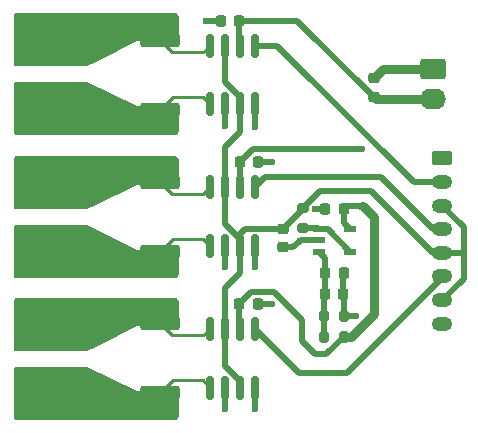
<source format=gbr>
%TF.GenerationSoftware,KiCad,Pcbnew,9.0.2*%
%TF.CreationDate,2025-07-21T15:30:35-04:00*%
%TF.ProjectId,Three Phase Current Sensor,54687265-6520-4506-9861-736520437572,rev?*%
%TF.SameCoordinates,Original*%
%TF.FileFunction,Copper,L1,Top*%
%TF.FilePolarity,Positive*%
%FSLAX46Y46*%
G04 Gerber Fmt 4.6, Leading zero omitted, Abs format (unit mm)*
G04 Created by KiCad (PCBNEW 9.0.2) date 2025-07-21 15:30:35*
%MOMM*%
%LPD*%
G01*
G04 APERTURE LIST*
G04 Aperture macros list*
%AMRoundRect*
0 Rectangle with rounded corners*
0 $1 Rounding radius*
0 $2 $3 $4 $5 $6 $7 $8 $9 X,Y pos of 4 corners*
0 Add a 4 corners polygon primitive as box body*
4,1,4,$2,$3,$4,$5,$6,$7,$8,$9,$2,$3,0*
0 Add four circle primitives for the rounded corners*
1,1,$1+$1,$2,$3*
1,1,$1+$1,$4,$5*
1,1,$1+$1,$6,$7*
1,1,$1+$1,$8,$9*
0 Add four rect primitives between the rounded corners*
20,1,$1+$1,$2,$3,$4,$5,0*
20,1,$1+$1,$4,$5,$6,$7,0*
20,1,$1+$1,$6,$7,$8,$9,0*
20,1,$1+$1,$8,$9,$2,$3,0*%
G04 Aperture macros list end*
%TA.AperFunction,SMDPad,CuDef*%
%ADD10RoundRect,0.200000X-0.275000X0.200000X-0.275000X-0.200000X0.275000X-0.200000X0.275000X0.200000X0*%
%TD*%
%TA.AperFunction,SMDPad,CuDef*%
%ADD11RoundRect,0.225000X0.250000X-0.225000X0.250000X0.225000X-0.250000X0.225000X-0.250000X-0.225000X0*%
%TD*%
%TA.AperFunction,ComponentPad*%
%ADD12RoundRect,0.250000X-1.050000X1.050000X-1.050000X-1.050000X1.050000X-1.050000X1.050000X1.050000X0*%
%TD*%
%TA.AperFunction,ComponentPad*%
%ADD13C,2.600000*%
%TD*%
%TA.AperFunction,SMDPad,CuDef*%
%ADD14RoundRect,0.225000X0.225000X0.250000X-0.225000X0.250000X-0.225000X-0.250000X0.225000X-0.250000X0*%
%TD*%
%TA.AperFunction,SMDPad,CuDef*%
%ADD15RoundRect,0.150000X0.150000X-0.825000X0.150000X0.825000X-0.150000X0.825000X-0.150000X-0.825000X0*%
%TD*%
%TA.AperFunction,SMDPad,CuDef*%
%ADD16RoundRect,0.225000X-0.225000X-0.250000X0.225000X-0.250000X0.225000X0.250000X-0.225000X0.250000X0*%
%TD*%
%TA.AperFunction,ComponentPad*%
%ADD17RoundRect,0.250000X-0.845000X0.620000X-0.845000X-0.620000X0.845000X-0.620000X0.845000X0.620000X0*%
%TD*%
%TA.AperFunction,ComponentPad*%
%ADD18O,2.190000X1.740000*%
%TD*%
%TA.AperFunction,ComponentPad*%
%ADD19RoundRect,0.250000X-0.625000X0.350000X-0.625000X-0.350000X0.625000X-0.350000X0.625000X0.350000X0*%
%TD*%
%TA.AperFunction,ComponentPad*%
%ADD20O,1.750000X1.200000*%
%TD*%
%TA.AperFunction,SMDPad,CuDef*%
%ADD21RoundRect,0.250000X-1.425000X0.362500X-1.425000X-0.362500X1.425000X-0.362500X1.425000X0.362500X0*%
%TD*%
%TA.AperFunction,SMDPad,CuDef*%
%ADD22RoundRect,0.200000X0.200000X0.275000X-0.200000X0.275000X-0.200000X-0.275000X0.200000X-0.275000X0*%
%TD*%
%TA.AperFunction,SMDPad,CuDef*%
%ADD23R,1.100000X0.599999*%
%TD*%
%TA.AperFunction,SMDPad,CuDef*%
%ADD24RoundRect,0.225000X-0.250000X0.225000X-0.250000X-0.225000X0.250000X-0.225000X0.250000X0.225000X0*%
%TD*%
%TA.AperFunction,SMDPad,CuDef*%
%ADD25RoundRect,0.200000X-0.200000X-0.275000X0.200000X-0.275000X0.200000X0.275000X-0.200000X0.275000X0*%
%TD*%
%TA.AperFunction,ViaPad*%
%ADD26C,0.600000*%
%TD*%
%TA.AperFunction,Conductor*%
%ADD27C,0.500000*%
%TD*%
%TA.AperFunction,Conductor*%
%ADD28C,0.750000*%
%TD*%
%TA.AperFunction,Conductor*%
%ADD29C,0.250000*%
%TD*%
%TA.AperFunction,Conductor*%
%ADD30C,0.381000*%
%TD*%
G04 APERTURE END LIST*
D10*
%TO.P,R6,1*%
%TO.N,REF_OUT*%
X81000000Y-62250000D03*
%TO.P,R6,2*%
%TO.N,Net-(U1-IN-)*%
X81000000Y-63900000D03*
%TD*%
D11*
%TO.P,C8,1*%
%TO.N,+3V3*%
X87000000Y-52775000D03*
%TO.P,C8,2*%
%TO.N,GND*%
X87000000Y-51225000D03*
%TD*%
D12*
%TO.P,J2,1,Pin_1*%
%TO.N,/Sensor U/IN_+*%
X61227500Y-48455000D03*
D13*
%TO.P,J2,2,Pin_2*%
%TO.N,/Sensor U/IN_-*%
X61227500Y-53535000D03*
%TD*%
D14*
%TO.P,C3,1*%
%TO.N,+3V3*%
X84454999Y-62315000D03*
%TO.P,C3,2*%
%TO.N,GND*%
X82904999Y-62315000D03*
%TD*%
D15*
%TO.P,U3,1,-*%
%TO.N,/Sensor V/IN_-*%
X73117500Y-65410000D03*
%TO.P,U3,2,GND*%
%TO.N,GND*%
X74387500Y-65410000D03*
%TO.P,U3,3,REF2*%
%TO.N,REF_OUT*%
X75657500Y-65410000D03*
%TO.P,U3,4,GND*%
%TO.N,GND*%
X76927500Y-65410000D03*
%TO.P,U3,5*%
%TO.N,OUT_V_+*%
X76927500Y-60460000D03*
%TO.P,U3,6,V+*%
%TO.N,+3V3*%
X75657500Y-60460000D03*
%TO.P,U3,7,REF1*%
%TO.N,REF_OUT*%
X74387500Y-60460000D03*
%TO.P,U3,8,+*%
%TO.N,/Sensor V/IN_+*%
X73117500Y-60460000D03*
%TD*%
D16*
%TO.P,C7,1*%
%TO.N,+3V3*%
X75625000Y-70300000D03*
%TO.P,C7,2*%
%TO.N,GND*%
X77175000Y-70300000D03*
%TD*%
D17*
%TO.P,J5,1,Pin_1*%
%TO.N,GND*%
X92000000Y-50460000D03*
D18*
%TO.P,J5,2,Pin_2*%
%TO.N,+3V3*%
X92000000Y-53000000D03*
%TD*%
D15*
%TO.P,U2,8,+*%
%TO.N,/Sensor U/IN_+*%
X73117500Y-48460000D03*
%TO.P,U2,7,REF1*%
%TO.N,REF_OUT*%
X74387500Y-48460000D03*
%TO.P,U2,6,V+*%
%TO.N,+3V3*%
X75657500Y-48460000D03*
%TO.P,U2,5*%
%TO.N,OUT_U_+*%
X76927500Y-48460000D03*
%TO.P,U2,4,GND*%
%TO.N,GND*%
X76927500Y-53410000D03*
%TO.P,U2,3,REF2*%
%TO.N,REF_OUT*%
X75657500Y-53410000D03*
%TO.P,U2,2,GND*%
%TO.N,GND*%
X74387500Y-53410000D03*
%TO.P,U2,1,-*%
%TO.N,/Sensor U/IN_-*%
X73117500Y-53410000D03*
%TD*%
D16*
%TO.P,C1,2*%
%TO.N,GND*%
X84429999Y-69515000D03*
%TO.P,C1,1*%
%TO.N,Net-(U1-IN+)*%
X82879999Y-69515000D03*
%TD*%
%TO.P,C2,1*%
%TO.N,Net-(U1-IN+)*%
X82904999Y-67715000D03*
%TO.P,C2,2*%
%TO.N,GND*%
X84454999Y-67715000D03*
%TD*%
D19*
%TO.P,J1,1,Pin_1*%
%TO.N,GND*%
X92800000Y-58000000D03*
D20*
%TO.P,J1,2,Pin_2*%
%TO.N,OUT_U_+*%
X92800000Y-60000000D03*
%TO.P,J1,3,Pin_3*%
%TO.N,REF_OUT*%
X92800000Y-62000000D03*
%TO.P,J1,4,Pin_4*%
%TO.N,OUT_V_+*%
X92800000Y-64000000D03*
%TO.P,J1,5,Pin_5*%
%TO.N,REF_OUT*%
X92800000Y-66000000D03*
%TO.P,J1,6,Pin_6*%
%TO.N,OUT_W_+*%
X92800000Y-68000000D03*
%TO.P,J1,7,Pin_7*%
%TO.N,REF_OUT*%
X92800000Y-70000000D03*
%TO.P,J1,8,Pin_8*%
%TO.N,GND*%
X92800000Y-72000000D03*
%TD*%
D21*
%TO.P,R4,1*%
%TO.N,/Sensor V/IN_+*%
X68927500Y-59972500D03*
%TO.P,R4,2*%
%TO.N,/Sensor V/IN_-*%
X68927500Y-65897500D03*
%TD*%
D16*
%TO.P,C6,1*%
%TO.N,+3V3*%
X75650000Y-58300000D03*
%TO.P,C6,2*%
%TO.N,GND*%
X77200000Y-58300000D03*
%TD*%
D22*
%TO.P,R2,2*%
%TO.N,Net-(U1-IN+)*%
X82804999Y-71315000D03*
%TO.P,R2,1*%
%TO.N,GND*%
X84454999Y-71315000D03*
%TD*%
D23*
%TO.P,U1,1,OUT*%
%TO.N,Net-(U1-IN-)*%
X82400000Y-64000000D03*
%TO.P,U1,2,V-*%
%TO.N,GND*%
X82400000Y-64950001D03*
%TO.P,U1,3,IN+*%
%TO.N,Net-(U1-IN+)*%
X82400000Y-65900002D03*
%TO.P,U1,4,IN-*%
%TO.N,Net-(U1-IN-)*%
X85000000Y-65900002D03*
%TO.P,U1,5,V+*%
%TO.N,+3V3*%
X85000000Y-64000000D03*
%TD*%
D12*
%TO.P,J3,1,Pin_1*%
%TO.N,/Sensor V/IN_+*%
X61227500Y-60455000D03*
D13*
%TO.P,J3,2,Pin_2*%
%TO.N,/Sensor V/IN_-*%
X61227500Y-65535000D03*
%TD*%
D21*
%TO.P,R3,1*%
%TO.N,/Sensor U/IN_+*%
X68927500Y-47972500D03*
%TO.P,R3,2*%
%TO.N,/Sensor U/IN_-*%
X68927500Y-53897500D03*
%TD*%
%TO.P,R5,1*%
%TO.N,/Sensor W/IN_+*%
X68927500Y-71972500D03*
%TO.P,R5,2*%
%TO.N,/Sensor W/IN_-*%
X68927500Y-77897500D03*
%TD*%
D12*
%TO.P,J4,1,Pin_1*%
%TO.N,/Sensor W/IN_+*%
X61227500Y-72455000D03*
D13*
%TO.P,J4,2,Pin_2*%
%TO.N,/Sensor W/IN_-*%
X61227500Y-77535000D03*
%TD*%
D14*
%TO.P,C5,1*%
%TO.N,+3V3*%
X75597500Y-46335000D03*
%TO.P,C5,2*%
%TO.N,GND*%
X74047500Y-46335000D03*
%TD*%
D15*
%TO.P,U4,1,-*%
%TO.N,/Sensor W/IN_-*%
X73117500Y-77410000D03*
%TO.P,U4,2,GND*%
%TO.N,GND*%
X74387500Y-77410000D03*
%TO.P,U4,3,REF2*%
%TO.N,REF_OUT*%
X75657500Y-77410000D03*
%TO.P,U4,4,GND*%
%TO.N,GND*%
X76927500Y-77410000D03*
%TO.P,U4,5*%
%TO.N,OUT_W_+*%
X76927500Y-72460000D03*
%TO.P,U4,6,V+*%
%TO.N,+3V3*%
X75657500Y-72460000D03*
%TO.P,U4,7,REF1*%
%TO.N,REF_OUT*%
X74387500Y-72460000D03*
%TO.P,U4,8,+*%
%TO.N,/Sensor W/IN_+*%
X73117500Y-72460000D03*
%TD*%
D24*
%TO.P,C4,1*%
%TO.N,REF_OUT*%
X79300000Y-64000000D03*
%TO.P,C4,2*%
%TO.N,GND*%
X79300000Y-65550000D03*
%TD*%
D25*
%TO.P,R1,1*%
%TO.N,Net-(U1-IN+)*%
X82804999Y-73115000D03*
%TO.P,R1,2*%
%TO.N,+3V3*%
X84454999Y-73115000D03*
%TD*%
D26*
%TO.N,GND*%
X82005331Y-62305331D03*
X76927500Y-55327500D03*
X85515000Y-71315000D03*
X78400000Y-58300000D03*
X78357500Y-70300000D03*
X72800000Y-46335000D03*
X76927500Y-79235000D03*
X74400000Y-55300000D03*
X74387500Y-67195000D03*
X74387500Y-79195000D03*
X76927500Y-67235000D03*
X80750000Y-65000000D03*
%TO.N,+3V3*%
X86000000Y-62000000D03*
X86000000Y-57200000D03*
%TO.N,/Sensor U/IN_-*%
X60000000Y-55650000D03*
X57000000Y-54650000D03*
X65000000Y-53650000D03*
X64000000Y-53650000D03*
X59000000Y-55650000D03*
X59000000Y-54650000D03*
X58000000Y-53650000D03*
X66000000Y-54650000D03*
X64000000Y-52650000D03*
X58000000Y-54650000D03*
X63000000Y-54650000D03*
X66000000Y-55650000D03*
X63000000Y-52650000D03*
X69000000Y-55650000D03*
X57000000Y-52650000D03*
X63000000Y-55650000D03*
X57000000Y-53650000D03*
X63000000Y-53650000D03*
X68000000Y-55650000D03*
X65000000Y-55650000D03*
X64000000Y-55650000D03*
X65000000Y-54650000D03*
X59000000Y-52650000D03*
X59000000Y-53650000D03*
X66000000Y-53650000D03*
X58000000Y-52650000D03*
X61000000Y-55650000D03*
X57000000Y-55650000D03*
X62000000Y-55650000D03*
X58000000Y-55650000D03*
X64000000Y-54650000D03*
X70000000Y-55650000D03*
X67000000Y-55650000D03*
%TO.N,/Sensor U/IN_+*%
X66000000Y-47100000D03*
X66000000Y-48100000D03*
X57000000Y-48100000D03*
X59000000Y-47100000D03*
X63000000Y-46100000D03*
X59000000Y-48100000D03*
X65000000Y-46100000D03*
X59000000Y-46100000D03*
X59000000Y-49100000D03*
X57000000Y-46100000D03*
X64000000Y-46100000D03*
X62000000Y-46100000D03*
X60000000Y-46100000D03*
X66000000Y-46100000D03*
X58000000Y-47100000D03*
X65000000Y-48100000D03*
X58000000Y-49100000D03*
X70000000Y-46100000D03*
X65000000Y-47100000D03*
X57000000Y-47100000D03*
X61000000Y-46100000D03*
X69000000Y-46100000D03*
X68000000Y-46100000D03*
X67000000Y-46100000D03*
X64000000Y-49100000D03*
X64000000Y-47100000D03*
X64000000Y-48100000D03*
X63000000Y-47100000D03*
X57000000Y-49100000D03*
X63000000Y-48100000D03*
X63000000Y-49100000D03*
X58000000Y-46100000D03*
X58000000Y-48100000D03*
%TO.N,/Sensor V/IN_-*%
X58000000Y-67800000D03*
X63000000Y-64800000D03*
X64000000Y-65800000D03*
X61000000Y-67800000D03*
X60000000Y-67800000D03*
X62000000Y-67800000D03*
X58000000Y-64800000D03*
X57000000Y-66800000D03*
X66000000Y-66800000D03*
X64000000Y-64800000D03*
X63000000Y-67800000D03*
X58000000Y-65800000D03*
X59000000Y-64800000D03*
X65000000Y-65800000D03*
X64000000Y-66800000D03*
X70000000Y-67800000D03*
X57000000Y-67800000D03*
X68000000Y-67800000D03*
X66000000Y-67800000D03*
X67000000Y-67800000D03*
X63000000Y-65800000D03*
X65000000Y-66800000D03*
X59000000Y-67800000D03*
X69000000Y-67800000D03*
X66000000Y-65800000D03*
X59000000Y-66800000D03*
X63000000Y-66800000D03*
X64000000Y-67800000D03*
X59000000Y-65800000D03*
X57000000Y-65800000D03*
X57000000Y-64800000D03*
X65000000Y-67800000D03*
X58000000Y-66800000D03*
%TO.N,/Sensor V/IN_+*%
X59000000Y-60200000D03*
X69000000Y-58200000D03*
X64000000Y-58200000D03*
X64000000Y-61200000D03*
X65000000Y-58200000D03*
X62000000Y-58200000D03*
X66000000Y-59200000D03*
X63000000Y-60200000D03*
X59000000Y-59200000D03*
X64000000Y-60200000D03*
X58000000Y-61200000D03*
X59000000Y-58200000D03*
X57000000Y-58200000D03*
X63000000Y-59200000D03*
X57000000Y-61200000D03*
X66000000Y-60200000D03*
X57000000Y-60200000D03*
X67000000Y-58200000D03*
X63000000Y-61200000D03*
X59000000Y-61200000D03*
X58000000Y-59200000D03*
X70000000Y-58200000D03*
X58000000Y-58200000D03*
X68000000Y-58200000D03*
X63000000Y-58200000D03*
X61000000Y-58200000D03*
X60000000Y-58200000D03*
X65000000Y-60200000D03*
X57000000Y-59200000D03*
X66000000Y-58200000D03*
X58000000Y-60200000D03*
X65000000Y-59200000D03*
X64000000Y-59200000D03*
%TO.N,/Sensor W/IN_-*%
X68000000Y-79800000D03*
X66000000Y-77800000D03*
X58000000Y-78800000D03*
X57000000Y-77800000D03*
X65000000Y-78800000D03*
X69000000Y-79800000D03*
X59000000Y-76800000D03*
X58000000Y-76800000D03*
X64000000Y-78800000D03*
X59000000Y-79800000D03*
X70000000Y-79800000D03*
X64000000Y-79800000D03*
X57000000Y-78800000D03*
X65000000Y-77800000D03*
X63000000Y-76800000D03*
X57000000Y-79800000D03*
X63000000Y-79800000D03*
X62000000Y-79800000D03*
X59000000Y-78800000D03*
X66000000Y-78800000D03*
X66000000Y-79800000D03*
X60000000Y-79800000D03*
X59000000Y-77800000D03*
X63000000Y-78800000D03*
X58000000Y-79800000D03*
X57000000Y-76800000D03*
X67000000Y-79800000D03*
X58000000Y-77800000D03*
X63000000Y-77800000D03*
X65000000Y-79800000D03*
X64000000Y-77800000D03*
X61000000Y-79800000D03*
X64000000Y-76800000D03*
%TO.N,/Sensor W/IN_+*%
X63000000Y-70200000D03*
X64000000Y-71200000D03*
X67000000Y-70200000D03*
X63000000Y-73200000D03*
X63000000Y-71200000D03*
X61000000Y-70200000D03*
X70000000Y-70200000D03*
X60000000Y-70200000D03*
X64000000Y-72200000D03*
X57000000Y-73200000D03*
X59000000Y-72200000D03*
X59000000Y-70200000D03*
X66000000Y-72200000D03*
X64000000Y-73200000D03*
X57000000Y-72200000D03*
X64000000Y-70200000D03*
X66000000Y-71200000D03*
X63000000Y-72200000D03*
X58000000Y-70200000D03*
X62000000Y-70200000D03*
X69000000Y-70200000D03*
X59000000Y-73200000D03*
X58000000Y-71200000D03*
X66000000Y-70200000D03*
X59000000Y-71200000D03*
X65000000Y-72200000D03*
X65000000Y-70200000D03*
X68000000Y-70200000D03*
X57000000Y-70200000D03*
X57000000Y-71200000D03*
X58000000Y-72200000D03*
X58000000Y-73200000D03*
X65000000Y-71200000D03*
%TD*%
D27*
%TO.N,OUT_V_+*%
X92000000Y-64000000D02*
X92800000Y-64000000D01*
X87600000Y-59600000D02*
X92000000Y-64000000D01*
X77787500Y-59600000D02*
X87600000Y-59600000D01*
X76927500Y-60460000D02*
X77787500Y-59600000D01*
D28*
%TO.N,+3V3*%
X86075000Y-62075000D02*
X86000000Y-62075000D01*
X87000000Y-63000000D02*
X86075000Y-62075000D01*
X87000000Y-71200000D02*
X87000000Y-63000000D01*
D29*
%TO.N,/Sensor U/IN_-*%
X72507500Y-52800000D02*
X73117500Y-53410000D01*
X70025000Y-52800000D02*
X72507500Y-52800000D01*
X68927500Y-53897500D02*
X70025000Y-52800000D01*
%TO.N,/Sensor U/IN_+*%
X72577500Y-49000000D02*
X73117500Y-48460000D01*
X68927500Y-47972500D02*
X69955000Y-49000000D01*
X69955000Y-49000000D02*
X72577500Y-49000000D01*
D27*
%TO.N,GND*%
X80200000Y-65550000D02*
X80750000Y-65000000D01*
X79300000Y-65550000D02*
X80200000Y-65550000D01*
%TO.N,REF_OUT*%
X79284000Y-63984000D02*
X76108501Y-63984000D01*
X76108501Y-63984000D02*
X75657500Y-64435001D01*
X79300000Y-64000000D02*
X79284000Y-63984000D01*
X75657500Y-64435001D02*
X75657500Y-65410000D01*
X81000000Y-62300000D02*
X79300000Y-64000000D01*
X81000000Y-62250000D02*
X81000000Y-62300000D01*
%TO.N,GND*%
X82015000Y-62315000D02*
X82005331Y-62305331D01*
X82904999Y-62315000D02*
X82015000Y-62315000D01*
%TO.N,Net-(U1-IN-)*%
X83099998Y-64000000D02*
X82400000Y-64000000D01*
X85000000Y-65900002D02*
X83099998Y-64000000D01*
X81000000Y-63900000D02*
X82300000Y-63900000D01*
X82300000Y-63900000D02*
X82400000Y-64000000D01*
%TO.N,GND*%
X82879999Y-62340000D02*
X82904999Y-62315000D01*
X76927500Y-55327500D02*
X76927500Y-53410000D01*
X84454999Y-71315000D02*
X84454999Y-69540000D01*
D28*
X92000000Y-50460000D02*
X87765000Y-50460000D01*
D27*
X84454999Y-71315000D02*
X85515000Y-71315000D01*
X77200000Y-58300000D02*
X78400000Y-58300000D01*
X80799999Y-64950001D02*
X80750000Y-65000000D01*
X84454999Y-69540000D02*
X84429999Y-69515000D01*
X82400000Y-64950001D02*
X80799999Y-64950001D01*
X74387500Y-79195000D02*
X74387500Y-77410000D01*
X76927500Y-67235000D02*
X76927500Y-65410000D01*
X74387500Y-67195000D02*
X74387500Y-65410000D01*
D28*
X87765000Y-50460000D02*
X87000000Y-51225000D01*
D27*
X74047500Y-46335000D02*
X72800000Y-46335000D01*
X74387500Y-53410000D02*
X74387500Y-55287500D01*
D30*
X84454999Y-69490000D02*
X84429999Y-69515000D01*
D27*
X76927500Y-79235000D02*
X76927500Y-77410000D01*
X74387500Y-55287500D02*
X74400000Y-55300000D01*
X84429999Y-69515000D02*
X84429999Y-67740000D01*
X84429999Y-67740000D02*
X84454999Y-67715000D01*
X78357500Y-70300000D02*
X77175000Y-70300000D01*
%TO.N,+3V3*%
X80896600Y-73496600D02*
X80896600Y-71686812D01*
X75625000Y-70300000D02*
X75625000Y-72427500D01*
X86975000Y-52775000D02*
X80535000Y-46335000D01*
X75597500Y-72400000D02*
X75657500Y-72460000D01*
X86000000Y-57200000D02*
X76750000Y-57200000D01*
X75597500Y-46335000D02*
X75597500Y-48400000D01*
X87000000Y-53000000D02*
X87225000Y-52775000D01*
X75597500Y-48400000D02*
X75657500Y-48460000D01*
X86000000Y-62000000D02*
X84769999Y-62000000D01*
X78509788Y-69300000D02*
X76625000Y-69300000D01*
X75650000Y-60452500D02*
X75657500Y-60460000D01*
X75597500Y-60400000D02*
X75657500Y-60460000D01*
X84454999Y-73115000D02*
X82969999Y-74600000D01*
X84769999Y-62000000D02*
X84454999Y-62315000D01*
X84454999Y-62315000D02*
X84454999Y-63454999D01*
X80535000Y-46335000D02*
X75597500Y-46335000D01*
X82000000Y-74600000D02*
X80896600Y-73496600D01*
X80896600Y-71686812D02*
X78509788Y-69300000D01*
X76625000Y-69300000D02*
X75625000Y-70300000D01*
X75650000Y-58300000D02*
X75650000Y-60452500D01*
D28*
X87225000Y-53000000D02*
X87000000Y-52775000D01*
D27*
X87000000Y-52775000D02*
X87000000Y-53000000D01*
X76750000Y-57200000D02*
X75650000Y-58300000D01*
D28*
X92000000Y-53000000D02*
X87225000Y-53000000D01*
D27*
X87000000Y-52775000D02*
X86975000Y-52775000D01*
X84454999Y-63454999D02*
X85000000Y-64000000D01*
X82969999Y-74600000D02*
X82000000Y-74600000D01*
X75625000Y-72427500D02*
X75657500Y-72460000D01*
%TO.N,OUT_U_+*%
X76927500Y-48897074D02*
X76927500Y-48460000D01*
X78828140Y-48460000D02*
X90368140Y-60000000D01*
X90368140Y-60000000D02*
X92800000Y-60000000D01*
X76927500Y-48460000D02*
X78828140Y-48460000D01*
%TO.N,OUT_W_+*%
X92800000Y-68100000D02*
X92800000Y-68000000D01*
X84700000Y-76200000D02*
X92800000Y-68100000D01*
X76927500Y-72460000D02*
X80667500Y-76200000D01*
X80667500Y-76200000D02*
X84700000Y-76200000D01*
%TO.N,Net-(U1-IN+)*%
X82804999Y-71315000D02*
X82804999Y-69590000D01*
X82879999Y-69515000D02*
X82879999Y-67740000D01*
X82904999Y-66405001D02*
X82400000Y-65900002D01*
X82879999Y-67740000D02*
X82904999Y-67715000D01*
X82804999Y-73115000D02*
X82804999Y-71315000D01*
X82904999Y-67715000D02*
X82904999Y-66405001D01*
X82804999Y-69590000D02*
X82879999Y-69515000D01*
%TO.N,REF_OUT*%
X74387500Y-60460000D02*
X74387500Y-63580900D01*
X94600000Y-66200000D02*
X94600000Y-63800000D01*
X74387500Y-75580900D02*
X75657500Y-76850900D01*
X75657500Y-55742500D02*
X74387500Y-57012500D01*
X92800000Y-66000000D02*
X94400000Y-66000000D01*
X75657500Y-76850900D02*
X75657500Y-77410000D01*
X74387500Y-75000000D02*
X74387500Y-75580900D01*
X92800000Y-70000000D02*
X94600000Y-68200000D01*
X74387500Y-48460000D02*
X74387500Y-51580900D01*
X92800000Y-66000000D02*
X92700000Y-65900000D01*
X74387500Y-72460000D02*
X74387500Y-75000000D01*
X74387500Y-51580900D02*
X75657500Y-52850900D01*
X94600000Y-63800000D02*
X92800000Y-62000000D01*
X75657500Y-64850900D02*
X75657500Y-65410000D01*
%TO.N,Net-(U1-IN-)*%
X85000002Y-65900000D02*
X85000000Y-65900002D01*
%TO.N,REF_OUT*%
X74387500Y-63580900D02*
X75657500Y-64850900D01*
X75657500Y-53410000D02*
X75657500Y-55742500D01*
X75657500Y-52850900D02*
X75657500Y-53410000D01*
X74387500Y-69012500D02*
X74387500Y-72460000D01*
X75657500Y-65410000D02*
X75657500Y-67742500D01*
X94400000Y-66000000D02*
X94600000Y-66200000D01*
X74387500Y-57012500D02*
X74387500Y-60460000D01*
X75657500Y-67742500D02*
X74387500Y-69012500D01*
X94600000Y-68200000D02*
X94600000Y-66200000D01*
D29*
%TO.N,/Sensor V/IN_+*%
X69955000Y-61000000D02*
X72577500Y-61000000D01*
X68927500Y-59972500D02*
X69955000Y-61000000D01*
X72577500Y-61000000D02*
X73117500Y-60460000D01*
%TO.N,/Sensor V/IN_-*%
X68927500Y-65897500D02*
X70025000Y-64800000D01*
X70025000Y-64800000D02*
X72507500Y-64800000D01*
X72507500Y-64800000D02*
X73117500Y-65410000D01*
%TO.N,/Sensor W/IN_+*%
X69955000Y-73000000D02*
X72577500Y-73000000D01*
X68927500Y-71972500D02*
X69955000Y-73000000D01*
X72577500Y-73000000D02*
X73117500Y-72460000D01*
%TO.N,/Sensor W/IN_-*%
X68927500Y-77897500D02*
X70025000Y-76800000D01*
X70025000Y-76800000D02*
X72507500Y-76800000D01*
X72507500Y-76800000D02*
X73117500Y-77410000D01*
D28*
%TO.N,+3V3*%
X85085000Y-73115000D02*
X87000000Y-71200000D01*
X84454999Y-73115000D02*
X85085000Y-73115000D01*
D27*
%TO.N,REF_OUT*%
X86775000Y-60800000D02*
X91975000Y-66000000D01*
X82450000Y-60800000D02*
X86775000Y-60800000D01*
X91975000Y-66000000D02*
X92800000Y-66000000D01*
X81000000Y-62250000D02*
X82450000Y-60800000D01*
%TD*%
%TA.AperFunction,Conductor*%
%TO.N,/Sensor U/IN_+*%
G36*
X70302411Y-45719685D02*
G01*
X70329174Y-45742900D01*
X70434802Y-45865072D01*
X70463757Y-45928660D01*
X70465000Y-45946172D01*
X70465000Y-47976000D01*
X70445315Y-48043039D01*
X70392511Y-48088794D01*
X70341000Y-48100000D01*
X66965000Y-48100000D01*
X63437260Y-49818642D01*
X62680182Y-50187475D01*
X62625874Y-50200000D01*
X56689000Y-50200000D01*
X56621961Y-50180315D01*
X56576206Y-50127511D01*
X56565000Y-50076000D01*
X56565000Y-45824000D01*
X56584685Y-45756961D01*
X56637489Y-45711206D01*
X56689000Y-45700000D01*
X70235372Y-45700000D01*
X70302411Y-45719685D01*
G37*
%TD.AperFunction*%
%TD*%
%TA.AperFunction,Conductor*%
%TO.N,/Sensor V/IN_-*%
G36*
X62680182Y-63647525D02*
G01*
X66965000Y-65735000D01*
X70341000Y-65735000D01*
X70408039Y-65754685D01*
X70453794Y-65807489D01*
X70465000Y-65859000D01*
X70465000Y-67888827D01*
X70457573Y-67914118D01*
X70453851Y-67940214D01*
X70446581Y-67951552D01*
X70445315Y-67955866D01*
X70434802Y-67969926D01*
X70329174Y-68092099D01*
X70270438Y-68129939D01*
X70235372Y-68135000D01*
X56689000Y-68135000D01*
X56621961Y-68115315D01*
X56576206Y-68062511D01*
X56565000Y-68011000D01*
X56565000Y-63759000D01*
X56584685Y-63691961D01*
X56637489Y-63646206D01*
X56689000Y-63635000D01*
X62625874Y-63635000D01*
X62680182Y-63647525D01*
G37*
%TD.AperFunction*%
%TD*%
%TA.AperFunction,Conductor*%
%TO.N,/Sensor V/IN_+*%
G36*
X70302411Y-57854685D02*
G01*
X70329174Y-57877900D01*
X70434802Y-58000072D01*
X70463757Y-58063660D01*
X70465000Y-58081172D01*
X70465000Y-60111000D01*
X70445315Y-60178039D01*
X70392511Y-60223794D01*
X70341000Y-60235000D01*
X66965000Y-60235000D01*
X63437260Y-61953642D01*
X62680182Y-62322475D01*
X62625874Y-62335000D01*
X56689000Y-62335000D01*
X56621961Y-62315315D01*
X56576206Y-62262511D01*
X56565000Y-62211000D01*
X56565000Y-57959000D01*
X56584685Y-57891961D01*
X56637489Y-57846206D01*
X56689000Y-57835000D01*
X70235372Y-57835000D01*
X70302411Y-57854685D01*
G37*
%TD.AperFunction*%
%TD*%
%TA.AperFunction,Conductor*%
%TO.N,/Sensor W/IN_+*%
G36*
X70302411Y-69854685D02*
G01*
X70329174Y-69877900D01*
X70434802Y-70000072D01*
X70463757Y-70063660D01*
X70465000Y-70081172D01*
X70465000Y-72111000D01*
X70445315Y-72178039D01*
X70392511Y-72223794D01*
X70341000Y-72235000D01*
X66965000Y-72235000D01*
X63437260Y-73953642D01*
X62680182Y-74322475D01*
X62625874Y-74335000D01*
X56689000Y-74335000D01*
X56621961Y-74315315D01*
X56576206Y-74262511D01*
X56565000Y-74211000D01*
X56565000Y-69959000D01*
X56584685Y-69891961D01*
X56637489Y-69846206D01*
X56689000Y-69835000D01*
X70235372Y-69835000D01*
X70302411Y-69854685D01*
G37*
%TD.AperFunction*%
%TD*%
%TA.AperFunction,Conductor*%
%TO.N,/Sensor U/IN_-*%
G36*
X62680182Y-51512525D02*
G01*
X66965000Y-53600000D01*
X70341000Y-53600000D01*
X70408039Y-53619685D01*
X70453794Y-53672489D01*
X70465000Y-53724000D01*
X70465000Y-55753827D01*
X70457573Y-55779118D01*
X70453851Y-55805214D01*
X70446581Y-55816552D01*
X70445315Y-55820866D01*
X70434802Y-55834926D01*
X70329174Y-55957099D01*
X70270438Y-55994939D01*
X70235372Y-56000000D01*
X56689000Y-56000000D01*
X56621961Y-55980315D01*
X56576206Y-55927511D01*
X56565000Y-55876000D01*
X56565000Y-51624000D01*
X56584685Y-51556961D01*
X56637489Y-51511206D01*
X56689000Y-51500000D01*
X62625874Y-51500000D01*
X62680182Y-51512525D01*
G37*
%TD.AperFunction*%
%TD*%
%TA.AperFunction,Conductor*%
%TO.N,/Sensor W/IN_-*%
G36*
X62680182Y-75647525D02*
G01*
X66965000Y-77735000D01*
X70341000Y-77735000D01*
X70408039Y-77754685D01*
X70453794Y-77807489D01*
X70465000Y-77859000D01*
X70465000Y-79888827D01*
X70457573Y-79914118D01*
X70453851Y-79940214D01*
X70446581Y-79951552D01*
X70445315Y-79955866D01*
X70434802Y-79969926D01*
X70329174Y-80092099D01*
X70270438Y-80129939D01*
X70235372Y-80135000D01*
X56689000Y-80135000D01*
X56621961Y-80115315D01*
X56576206Y-80062511D01*
X56565000Y-80011000D01*
X56565000Y-75759000D01*
X56584685Y-75691961D01*
X56637489Y-75646206D01*
X56689000Y-75635000D01*
X62625874Y-75635000D01*
X62680182Y-75647525D01*
G37*
%TD.AperFunction*%
%TD*%
M02*

</source>
